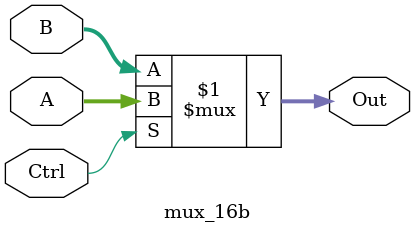
<source format=v>
module mux_16b(A, B, Ctrl, Out);

	input [15:0] A, B;
	input Ctrl;
	output [15:0] Out;

	assign Out = Ctrl ? A : B;
endmodule

</source>
